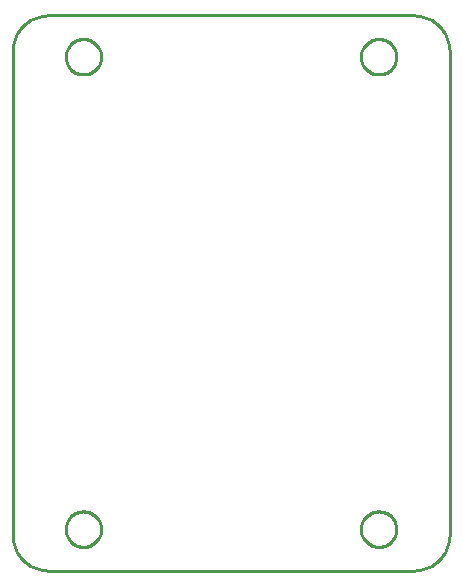
<source format=gbr>
G04 EAGLE Gerber X2 export*
%TF.Part,Single*%
%TF.FileFunction,Profile,NP*%
%TF.FilePolarity,Positive*%
%TF.GenerationSoftware,Autodesk,EAGLE,9.1.0*%
%TF.CreationDate,2018-10-24T11:47:27Z*%
G75*
%MOMM*%
%FSLAX34Y34*%
%LPD*%
%AMOC8*
5,1,8,0,0,1.08239X$1,22.5*%
G01*
%ADD10C,0.254000*%


D10*
X0Y30000D02*
X114Y27385D01*
X456Y24791D01*
X1022Y22235D01*
X1809Y19739D01*
X2811Y17321D01*
X4019Y15000D01*
X5425Y12793D01*
X7019Y10716D01*
X8787Y8787D01*
X10716Y7019D01*
X12793Y5425D01*
X15000Y4019D01*
X17321Y2811D01*
X19739Y1809D01*
X22235Y1022D01*
X24791Y456D01*
X27385Y114D01*
X30000Y0D01*
X340000Y0D01*
X342615Y114D01*
X345209Y456D01*
X347765Y1022D01*
X350261Y1809D01*
X352679Y2811D01*
X355000Y4019D01*
X357207Y5425D01*
X359284Y7019D01*
X361213Y8787D01*
X362981Y10716D01*
X364575Y12793D01*
X365981Y15000D01*
X367189Y17321D01*
X368191Y19739D01*
X368978Y22235D01*
X369544Y24791D01*
X369886Y27385D01*
X370000Y30000D01*
X370000Y440000D01*
X369886Y442615D01*
X369544Y445209D01*
X368978Y447765D01*
X368191Y450261D01*
X367189Y452679D01*
X365981Y455000D01*
X364575Y457207D01*
X362981Y459284D01*
X361213Y461213D01*
X359284Y462981D01*
X357207Y464575D01*
X355000Y465981D01*
X352679Y467189D01*
X350261Y468191D01*
X347765Y468978D01*
X345209Y469544D01*
X342615Y469886D01*
X340000Y470000D01*
X30000Y470000D01*
X27385Y469886D01*
X24791Y469544D01*
X22235Y468978D01*
X19739Y468191D01*
X17321Y467189D01*
X15000Y465981D01*
X12793Y464575D01*
X10716Y462981D01*
X8787Y461213D01*
X7019Y459284D01*
X5425Y457207D01*
X4019Y455000D01*
X2811Y452679D01*
X1809Y450261D01*
X1022Y447765D01*
X456Y445209D01*
X114Y442615D01*
X0Y440000D01*
X0Y30000D01*
X75000Y34464D02*
X74924Y33396D01*
X74771Y32335D01*
X74543Y31288D01*
X74241Y30260D01*
X73867Y29256D01*
X73422Y28281D01*
X72908Y27341D01*
X72329Y26440D01*
X71687Y25582D01*
X70985Y24772D01*
X70228Y24015D01*
X69418Y23313D01*
X68560Y22671D01*
X67659Y22092D01*
X66719Y21578D01*
X65744Y21133D01*
X64740Y20759D01*
X63712Y20457D01*
X62665Y20229D01*
X61604Y20076D01*
X60536Y20000D01*
X59464Y20000D01*
X58396Y20076D01*
X57335Y20229D01*
X56288Y20457D01*
X55260Y20759D01*
X54256Y21133D01*
X53281Y21578D01*
X52341Y22092D01*
X51440Y22671D01*
X50582Y23313D01*
X49772Y24015D01*
X49015Y24772D01*
X48313Y25582D01*
X47671Y26440D01*
X47092Y27341D01*
X46578Y28281D01*
X46133Y29256D01*
X45759Y30260D01*
X45457Y31288D01*
X45229Y32335D01*
X45076Y33396D01*
X45000Y34464D01*
X45000Y35536D01*
X45076Y36604D01*
X45229Y37665D01*
X45457Y38712D01*
X45759Y39740D01*
X46133Y40744D01*
X46578Y41719D01*
X47092Y42659D01*
X47671Y43560D01*
X48313Y44418D01*
X49015Y45228D01*
X49772Y45985D01*
X50582Y46687D01*
X51440Y47329D01*
X52341Y47908D01*
X53281Y48422D01*
X54256Y48867D01*
X55260Y49241D01*
X56288Y49543D01*
X57335Y49771D01*
X58396Y49924D01*
X59464Y50000D01*
X60536Y50000D01*
X61604Y49924D01*
X62665Y49771D01*
X63712Y49543D01*
X64740Y49241D01*
X65744Y48867D01*
X66719Y48422D01*
X67659Y47908D01*
X68560Y47329D01*
X69418Y46687D01*
X70228Y45985D01*
X70985Y45228D01*
X71687Y44418D01*
X72329Y43560D01*
X72908Y42659D01*
X73422Y41719D01*
X73867Y40744D01*
X74241Y39740D01*
X74543Y38712D01*
X74771Y37665D01*
X74924Y36604D01*
X75000Y35536D01*
X75000Y34464D01*
X325000Y34464D02*
X324924Y33396D01*
X324771Y32335D01*
X324543Y31288D01*
X324241Y30260D01*
X323867Y29256D01*
X323422Y28281D01*
X322908Y27341D01*
X322329Y26440D01*
X321687Y25582D01*
X320985Y24772D01*
X320228Y24015D01*
X319418Y23313D01*
X318560Y22671D01*
X317659Y22092D01*
X316719Y21578D01*
X315744Y21133D01*
X314740Y20759D01*
X313712Y20457D01*
X312665Y20229D01*
X311604Y20076D01*
X310536Y20000D01*
X309464Y20000D01*
X308396Y20076D01*
X307335Y20229D01*
X306288Y20457D01*
X305260Y20759D01*
X304256Y21133D01*
X303281Y21578D01*
X302341Y22092D01*
X301440Y22671D01*
X300582Y23313D01*
X299772Y24015D01*
X299015Y24772D01*
X298313Y25582D01*
X297671Y26440D01*
X297092Y27341D01*
X296578Y28281D01*
X296133Y29256D01*
X295759Y30260D01*
X295457Y31288D01*
X295229Y32335D01*
X295076Y33396D01*
X295000Y34464D01*
X295000Y35536D01*
X295076Y36604D01*
X295229Y37665D01*
X295457Y38712D01*
X295759Y39740D01*
X296133Y40744D01*
X296578Y41719D01*
X297092Y42659D01*
X297671Y43560D01*
X298313Y44418D01*
X299015Y45228D01*
X299772Y45985D01*
X300582Y46687D01*
X301440Y47329D01*
X302341Y47908D01*
X303281Y48422D01*
X304256Y48867D01*
X305260Y49241D01*
X306288Y49543D01*
X307335Y49771D01*
X308396Y49924D01*
X309464Y50000D01*
X310536Y50000D01*
X311604Y49924D01*
X312665Y49771D01*
X313712Y49543D01*
X314740Y49241D01*
X315744Y48867D01*
X316719Y48422D01*
X317659Y47908D01*
X318560Y47329D01*
X319418Y46687D01*
X320228Y45985D01*
X320985Y45228D01*
X321687Y44418D01*
X322329Y43560D01*
X322908Y42659D01*
X323422Y41719D01*
X323867Y40744D01*
X324241Y39740D01*
X324543Y38712D01*
X324771Y37665D01*
X324924Y36604D01*
X325000Y35536D01*
X325000Y34464D01*
X325000Y434464D02*
X324924Y433396D01*
X324771Y432335D01*
X324543Y431288D01*
X324241Y430260D01*
X323867Y429256D01*
X323422Y428281D01*
X322908Y427341D01*
X322329Y426440D01*
X321687Y425582D01*
X320985Y424772D01*
X320228Y424015D01*
X319418Y423313D01*
X318560Y422671D01*
X317659Y422092D01*
X316719Y421578D01*
X315744Y421133D01*
X314740Y420759D01*
X313712Y420457D01*
X312665Y420229D01*
X311604Y420076D01*
X310536Y420000D01*
X309464Y420000D01*
X308396Y420076D01*
X307335Y420229D01*
X306288Y420457D01*
X305260Y420759D01*
X304256Y421133D01*
X303281Y421578D01*
X302341Y422092D01*
X301440Y422671D01*
X300582Y423313D01*
X299772Y424015D01*
X299015Y424772D01*
X298313Y425582D01*
X297671Y426440D01*
X297092Y427341D01*
X296578Y428281D01*
X296133Y429256D01*
X295759Y430260D01*
X295457Y431288D01*
X295229Y432335D01*
X295076Y433396D01*
X295000Y434464D01*
X295000Y435536D01*
X295076Y436604D01*
X295229Y437665D01*
X295457Y438712D01*
X295759Y439740D01*
X296133Y440744D01*
X296578Y441719D01*
X297092Y442659D01*
X297671Y443560D01*
X298313Y444418D01*
X299015Y445228D01*
X299772Y445985D01*
X300582Y446687D01*
X301440Y447329D01*
X302341Y447908D01*
X303281Y448422D01*
X304256Y448867D01*
X305260Y449241D01*
X306288Y449543D01*
X307335Y449771D01*
X308396Y449924D01*
X309464Y450000D01*
X310536Y450000D01*
X311604Y449924D01*
X312665Y449771D01*
X313712Y449543D01*
X314740Y449241D01*
X315744Y448867D01*
X316719Y448422D01*
X317659Y447908D01*
X318560Y447329D01*
X319418Y446687D01*
X320228Y445985D01*
X320985Y445228D01*
X321687Y444418D01*
X322329Y443560D01*
X322908Y442659D01*
X323422Y441719D01*
X323867Y440744D01*
X324241Y439740D01*
X324543Y438712D01*
X324771Y437665D01*
X324924Y436604D01*
X325000Y435536D01*
X325000Y434464D01*
X75000Y434464D02*
X74924Y433396D01*
X74771Y432335D01*
X74543Y431288D01*
X74241Y430260D01*
X73867Y429256D01*
X73422Y428281D01*
X72908Y427341D01*
X72329Y426440D01*
X71687Y425582D01*
X70985Y424772D01*
X70228Y424015D01*
X69418Y423313D01*
X68560Y422671D01*
X67659Y422092D01*
X66719Y421578D01*
X65744Y421133D01*
X64740Y420759D01*
X63712Y420457D01*
X62665Y420229D01*
X61604Y420076D01*
X60536Y420000D01*
X59464Y420000D01*
X58396Y420076D01*
X57335Y420229D01*
X56288Y420457D01*
X55260Y420759D01*
X54256Y421133D01*
X53281Y421578D01*
X52341Y422092D01*
X51440Y422671D01*
X50582Y423313D01*
X49772Y424015D01*
X49015Y424772D01*
X48313Y425582D01*
X47671Y426440D01*
X47092Y427341D01*
X46578Y428281D01*
X46133Y429256D01*
X45759Y430260D01*
X45457Y431288D01*
X45229Y432335D01*
X45076Y433396D01*
X45000Y434464D01*
X45000Y435536D01*
X45076Y436604D01*
X45229Y437665D01*
X45457Y438712D01*
X45759Y439740D01*
X46133Y440744D01*
X46578Y441719D01*
X47092Y442659D01*
X47671Y443560D01*
X48313Y444418D01*
X49015Y445228D01*
X49772Y445985D01*
X50582Y446687D01*
X51440Y447329D01*
X52341Y447908D01*
X53281Y448422D01*
X54256Y448867D01*
X55260Y449241D01*
X56288Y449543D01*
X57335Y449771D01*
X58396Y449924D01*
X59464Y450000D01*
X60536Y450000D01*
X61604Y449924D01*
X62665Y449771D01*
X63712Y449543D01*
X64740Y449241D01*
X65744Y448867D01*
X66719Y448422D01*
X67659Y447908D01*
X68560Y447329D01*
X69418Y446687D01*
X70228Y445985D01*
X70985Y445228D01*
X71687Y444418D01*
X72329Y443560D01*
X72908Y442659D01*
X73422Y441719D01*
X73867Y440744D01*
X74241Y439740D01*
X74543Y438712D01*
X74771Y437665D01*
X74924Y436604D01*
X75000Y435536D01*
X75000Y434464D01*
M02*

</source>
